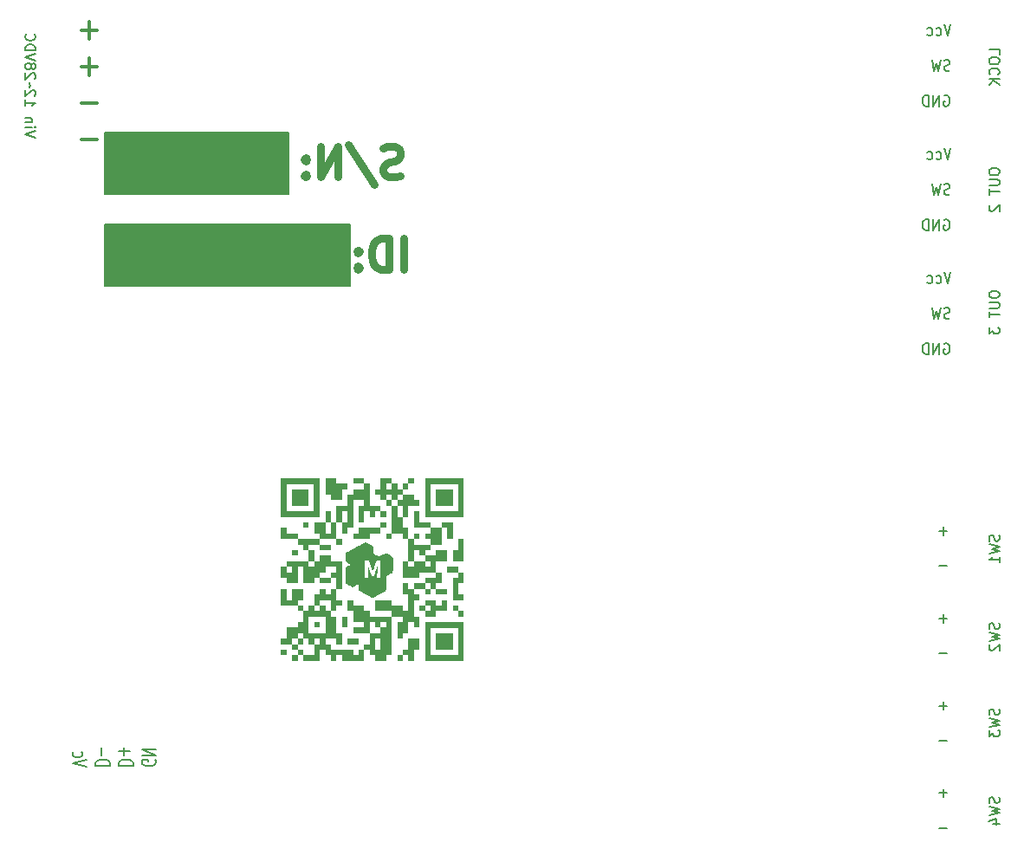
<source format=gbr>
G04 #@! TF.GenerationSoftware,KiCad,Pcbnew,6.0.5+dfsg-1~bpo11+1*
G04 #@! TF.ProjectId,maglock,6d61676c-6f63-46b2-9e6b-696361645f70,2.0*
G04 #@! TF.SameCoordinates,Original*
G04 #@! TF.FileFunction,Legend,Bot*
G04 #@! TF.FilePolarity,Positive*
%FSLAX46Y46*%
G04 Gerber Fmt 4.6, Leading zero omitted, Abs format (unit mm)*
%MOMM*%
%LPD*%
G01*
G04 APERTURE LIST*
%ADD10C,0.150000*%
%ADD11C,0.300000*%
%ADD12C,0.750000*%
%ADD13C,2.000000*%
%ADD14C,3.000000*%
%ADD15R,1.700000X1.700000*%
%ADD16O,1.700000X1.700000*%
%ADD17C,0.770000*%
%ADD18R,2.400000X2.400000*%
%ADD19C,2.400000*%
%ADD20C,1.440000*%
%ADD21C,0.800000*%
%ADD22C,7.000000*%
%ADD23C,0.650000*%
%ADD24O,1.000000X2.100000*%
%ADD25O,1.000000X1.600000*%
%ADD26R,1.600000X1.600000*%
%ADD27C,1.600000*%
%ADD28R,1.500000X1.500000*%
%ADD29C,1.500000*%
%ADD30C,5.500000*%
%ADD31C,1.700000*%
G04 APERTURE END LIST*
D10*
X114000000Y-81000000D02*
X138000000Y-81000000D01*
X138000000Y-81000000D02*
X138000000Y-87000000D01*
X138000000Y-87000000D02*
X114000000Y-87000000D01*
X114000000Y-87000000D02*
X114000000Y-81000000D01*
G36*
X114000000Y-81000000D02*
G01*
X138000000Y-81000000D01*
X138000000Y-87000000D01*
X114000000Y-87000000D01*
X114000000Y-81000000D01*
G37*
X114000000Y-72000000D02*
X132000000Y-72000000D01*
X132000000Y-72000000D02*
X132000000Y-78000000D01*
X132000000Y-78000000D02*
X114000000Y-78000000D01*
X114000000Y-78000000D02*
X114000000Y-72000000D01*
G36*
X114000000Y-72000000D02*
G01*
X132000000Y-72000000D01*
X132000000Y-78000000D01*
X114000000Y-78000000D01*
X114000000Y-72000000D01*
G37*
X201452380Y-64385714D02*
X201452380Y-63909523D01*
X200452380Y-63909523D01*
X200452380Y-64909523D02*
X200452380Y-65100000D01*
X200500000Y-65195238D01*
X200595238Y-65290476D01*
X200785714Y-65338095D01*
X201119047Y-65338095D01*
X201309523Y-65290476D01*
X201404761Y-65195238D01*
X201452380Y-65100000D01*
X201452380Y-64909523D01*
X201404761Y-64814285D01*
X201309523Y-64719047D01*
X201119047Y-64671428D01*
X200785714Y-64671428D01*
X200595238Y-64719047D01*
X200500000Y-64814285D01*
X200452380Y-64909523D01*
X201357142Y-66338095D02*
X201404761Y-66290476D01*
X201452380Y-66147619D01*
X201452380Y-66052380D01*
X201404761Y-65909523D01*
X201309523Y-65814285D01*
X201214285Y-65766666D01*
X201023809Y-65719047D01*
X200880952Y-65719047D01*
X200690476Y-65766666D01*
X200595238Y-65814285D01*
X200500000Y-65909523D01*
X200452380Y-66052380D01*
X200452380Y-66147619D01*
X200500000Y-66290476D01*
X200547619Y-66338095D01*
X201452380Y-66766666D02*
X200452380Y-66766666D01*
X201452380Y-67338095D02*
X200880952Y-66909523D01*
X200452380Y-67338095D02*
X201023809Y-66766666D01*
X201404761Y-119966666D02*
X201452380Y-120109523D01*
X201452380Y-120347619D01*
X201404761Y-120442857D01*
X201357142Y-120490476D01*
X201261904Y-120538095D01*
X201166666Y-120538095D01*
X201071428Y-120490476D01*
X201023809Y-120442857D01*
X200976190Y-120347619D01*
X200928571Y-120157142D01*
X200880952Y-120061904D01*
X200833333Y-120014285D01*
X200738095Y-119966666D01*
X200642857Y-119966666D01*
X200547619Y-120014285D01*
X200500000Y-120061904D01*
X200452380Y-120157142D01*
X200452380Y-120395238D01*
X200500000Y-120538095D01*
X200452380Y-120871428D02*
X201452380Y-121109523D01*
X200738095Y-121300000D01*
X201452380Y-121490476D01*
X200452380Y-121728571D01*
X200547619Y-122061904D02*
X200500000Y-122109523D01*
X200452380Y-122204761D01*
X200452380Y-122442857D01*
X200500000Y-122538095D01*
X200547619Y-122585714D01*
X200642857Y-122633333D01*
X200738095Y-122633333D01*
X200880952Y-122585714D01*
X201452380Y-122014285D01*
X201452380Y-122633333D01*
D11*
X113228809Y-62044142D02*
X111705000Y-62044142D01*
X112466904Y-62882238D02*
X112466904Y-61206047D01*
X113228809Y-65586142D02*
X111705000Y-65586142D01*
X112466904Y-66424238D02*
X112466904Y-64748047D01*
X113228809Y-69128142D02*
X111705000Y-69128142D01*
X113228809Y-72670142D02*
X111705000Y-72670142D01*
D10*
X196364404Y-110969614D02*
X195602500Y-110969614D01*
X195983452Y-111373423D02*
X195983452Y-110565804D01*
X196364404Y-114382814D02*
X195602500Y-114382814D01*
X196364404Y-119502614D02*
X195602500Y-119502614D01*
X195983452Y-119906423D02*
X195983452Y-119098804D01*
X196364404Y-122915814D02*
X195602500Y-122915814D01*
X196364404Y-128035614D02*
X195602500Y-128035614D01*
X195983452Y-128439423D02*
X195983452Y-127631804D01*
X196364404Y-131448814D02*
X195602500Y-131448814D01*
X196364404Y-136568614D02*
X195602500Y-136568614D01*
X195983452Y-136972423D02*
X195983452Y-136164804D01*
X196364404Y-139981814D02*
X195602500Y-139981814D01*
X201404761Y-136966666D02*
X201452380Y-137109523D01*
X201452380Y-137347619D01*
X201404761Y-137442857D01*
X201357142Y-137490476D01*
X201261904Y-137538095D01*
X201166666Y-137538095D01*
X201071428Y-137490476D01*
X201023809Y-137442857D01*
X200976190Y-137347619D01*
X200928571Y-137157142D01*
X200880952Y-137061904D01*
X200833333Y-137014285D01*
X200738095Y-136966666D01*
X200642857Y-136966666D01*
X200547619Y-137014285D01*
X200500000Y-137061904D01*
X200452380Y-137157142D01*
X200452380Y-137395238D01*
X200500000Y-137538095D01*
X200452380Y-137871428D02*
X201452380Y-138109523D01*
X200738095Y-138300000D01*
X201452380Y-138490476D01*
X200452380Y-138728571D01*
X200785714Y-139538095D02*
X201452380Y-139538095D01*
X200404761Y-139300000D02*
X201119047Y-139061904D01*
X201119047Y-139680952D01*
X201404761Y-111366666D02*
X201452380Y-111509523D01*
X201452380Y-111747619D01*
X201404761Y-111842857D01*
X201357142Y-111890476D01*
X201261904Y-111938095D01*
X201166666Y-111938095D01*
X201071428Y-111890476D01*
X201023809Y-111842857D01*
X200976190Y-111747619D01*
X200928571Y-111557142D01*
X200880952Y-111461904D01*
X200833333Y-111414285D01*
X200738095Y-111366666D01*
X200642857Y-111366666D01*
X200547619Y-111414285D01*
X200500000Y-111461904D01*
X200452380Y-111557142D01*
X200452380Y-111795238D01*
X200500000Y-111938095D01*
X200452380Y-112271428D02*
X201452380Y-112509523D01*
X200738095Y-112700000D01*
X201452380Y-112890476D01*
X200452380Y-113128571D01*
X201452380Y-114033333D02*
X201452380Y-113461904D01*
X201452380Y-113747619D02*
X200452380Y-113747619D01*
X200595238Y-113652380D01*
X200690476Y-113557142D01*
X200738095Y-113461904D01*
D12*
X143214285Y-85357142D02*
X143214285Y-82357142D01*
X141785714Y-85357142D02*
X141785714Y-82357142D01*
X141071428Y-82357142D01*
X140642857Y-82500000D01*
X140357142Y-82785714D01*
X140214285Y-83071428D01*
X140071428Y-83642857D01*
X140071428Y-84071428D01*
X140214285Y-84642857D01*
X140357142Y-84928571D01*
X140642857Y-85214285D01*
X141071428Y-85357142D01*
X141785714Y-85357142D01*
X138785714Y-85071428D02*
X138642857Y-85214285D01*
X138785714Y-85357142D01*
X138928571Y-85214285D01*
X138785714Y-85071428D01*
X138785714Y-85357142D01*
X138785714Y-83500000D02*
X138642857Y-83642857D01*
X138785714Y-83785714D01*
X138928571Y-83642857D01*
X138785714Y-83500000D01*
X138785714Y-83785714D01*
D10*
X118981000Y-133340595D02*
X119047666Y-133435833D01*
X119047666Y-133578690D01*
X118981000Y-133721547D01*
X118847666Y-133816785D01*
X118714333Y-133864404D01*
X118447666Y-133912023D01*
X118247666Y-133912023D01*
X117981000Y-133864404D01*
X117847666Y-133816785D01*
X117714333Y-133721547D01*
X117647666Y-133578690D01*
X117647666Y-133483452D01*
X117714333Y-133340595D01*
X117781000Y-133292976D01*
X118247666Y-133292976D01*
X118247666Y-133483452D01*
X117647666Y-132864404D02*
X119047666Y-132864404D01*
X117647666Y-132292976D01*
X119047666Y-132292976D01*
X115393666Y-133864404D02*
X116793666Y-133864404D01*
X116793666Y-133626309D01*
X116727000Y-133483452D01*
X116593666Y-133388214D01*
X116460333Y-133340595D01*
X116193666Y-133292976D01*
X115993666Y-133292976D01*
X115727000Y-133340595D01*
X115593666Y-133388214D01*
X115460333Y-133483452D01*
X115393666Y-133626309D01*
X115393666Y-133864404D01*
X115927000Y-132864404D02*
X115927000Y-132102500D01*
X115393666Y-132483452D02*
X116460333Y-132483452D01*
X113139666Y-133864404D02*
X114539666Y-133864404D01*
X114539666Y-133626309D01*
X114473000Y-133483452D01*
X114339666Y-133388214D01*
X114206333Y-133340595D01*
X113939666Y-133292976D01*
X113739666Y-133292976D01*
X113473000Y-133340595D01*
X113339666Y-133388214D01*
X113206333Y-133483452D01*
X113139666Y-133626309D01*
X113139666Y-133864404D01*
X113673000Y-132864404D02*
X113673000Y-132102500D01*
X112285666Y-134007261D02*
X110885666Y-133673928D01*
X112285666Y-133340595D01*
X110952333Y-132578690D02*
X110885666Y-132673928D01*
X110885666Y-132864404D01*
X110952333Y-132959642D01*
X111019000Y-133007261D01*
X111152333Y-133054880D01*
X111552333Y-133054880D01*
X111685666Y-133007261D01*
X111752333Y-132959642D01*
X111819000Y-132864404D01*
X111819000Y-132673928D01*
X111752333Y-132578690D01*
X196707261Y-61434559D02*
X196373928Y-62509559D01*
X196040595Y-61434559D01*
X195278690Y-62458369D02*
X195373928Y-62509559D01*
X195564404Y-62509559D01*
X195659642Y-62458369D01*
X195707261Y-62407178D01*
X195754880Y-62304797D01*
X195754880Y-61997654D01*
X195707261Y-61895273D01*
X195659642Y-61844083D01*
X195564404Y-61792892D01*
X195373928Y-61792892D01*
X195278690Y-61844083D01*
X194421547Y-62458369D02*
X194516785Y-62509559D01*
X194707261Y-62509559D01*
X194802500Y-62458369D01*
X194850119Y-62407178D01*
X194897738Y-62304797D01*
X194897738Y-61997654D01*
X194850119Y-61895273D01*
X194802500Y-61844083D01*
X194707261Y-61792892D01*
X194516785Y-61792892D01*
X194421547Y-61844083D01*
X196612023Y-65919869D02*
X196469166Y-65971059D01*
X196231071Y-65971059D01*
X196135833Y-65919869D01*
X196088214Y-65868678D01*
X196040595Y-65766297D01*
X196040595Y-65663916D01*
X196088214Y-65561535D01*
X196135833Y-65510345D01*
X196231071Y-65459154D01*
X196421547Y-65407964D01*
X196516785Y-65356773D01*
X196564404Y-65305583D01*
X196612023Y-65203202D01*
X196612023Y-65100821D01*
X196564404Y-64998440D01*
X196516785Y-64947250D01*
X196421547Y-64896059D01*
X196183452Y-64896059D01*
X196040595Y-64947250D01*
X195707261Y-64896059D02*
X195469166Y-65971059D01*
X195278690Y-65203202D01*
X195088214Y-65971059D01*
X194850119Y-64896059D01*
X196040595Y-68408750D02*
X196135833Y-68357559D01*
X196278690Y-68357559D01*
X196421547Y-68408750D01*
X196516785Y-68511130D01*
X196564404Y-68613511D01*
X196612023Y-68818273D01*
X196612023Y-68971845D01*
X196564404Y-69176607D01*
X196516785Y-69278988D01*
X196421547Y-69381369D01*
X196278690Y-69432559D01*
X196183452Y-69432559D01*
X196040595Y-69381369D01*
X195992976Y-69330178D01*
X195992976Y-68971845D01*
X196183452Y-68971845D01*
X195564404Y-69432559D02*
X195564404Y-68357559D01*
X194992976Y-69432559D01*
X194992976Y-68357559D01*
X194516785Y-69432559D02*
X194516785Y-68357559D01*
X194278690Y-68357559D01*
X194135833Y-68408750D01*
X194040595Y-68511130D01*
X193992976Y-68613511D01*
X193945357Y-68818273D01*
X193945357Y-68971845D01*
X193992976Y-69176607D01*
X194040595Y-69278988D01*
X194135833Y-69381369D01*
X194278690Y-69432559D01*
X194516785Y-69432559D01*
X196707261Y-73549809D02*
X196373928Y-74624809D01*
X196040595Y-73549809D01*
X195278690Y-74573619D02*
X195373928Y-74624809D01*
X195564404Y-74624809D01*
X195659642Y-74573619D01*
X195707261Y-74522428D01*
X195754880Y-74420047D01*
X195754880Y-74112904D01*
X195707261Y-74010523D01*
X195659642Y-73959333D01*
X195564404Y-73908142D01*
X195373928Y-73908142D01*
X195278690Y-73959333D01*
X194421547Y-74573619D02*
X194516785Y-74624809D01*
X194707261Y-74624809D01*
X194802500Y-74573619D01*
X194850119Y-74522428D01*
X194897738Y-74420047D01*
X194897738Y-74112904D01*
X194850119Y-74010523D01*
X194802500Y-73959333D01*
X194707261Y-73908142D01*
X194516785Y-73908142D01*
X194421547Y-73959333D01*
X196612023Y-78035119D02*
X196469166Y-78086309D01*
X196231071Y-78086309D01*
X196135833Y-78035119D01*
X196088214Y-77983928D01*
X196040595Y-77881547D01*
X196040595Y-77779166D01*
X196088214Y-77676785D01*
X196135833Y-77625595D01*
X196231071Y-77574404D01*
X196421547Y-77523214D01*
X196516785Y-77472023D01*
X196564404Y-77420833D01*
X196612023Y-77318452D01*
X196612023Y-77216071D01*
X196564404Y-77113690D01*
X196516785Y-77062500D01*
X196421547Y-77011309D01*
X196183452Y-77011309D01*
X196040595Y-77062500D01*
X195707261Y-77011309D02*
X195469166Y-78086309D01*
X195278690Y-77318452D01*
X195088214Y-78086309D01*
X194850119Y-77011309D01*
X196040595Y-80524000D02*
X196135833Y-80472809D01*
X196278690Y-80472809D01*
X196421547Y-80524000D01*
X196516785Y-80626380D01*
X196564404Y-80728761D01*
X196612023Y-80933523D01*
X196612023Y-81087095D01*
X196564404Y-81291857D01*
X196516785Y-81394238D01*
X196421547Y-81496619D01*
X196278690Y-81547809D01*
X196183452Y-81547809D01*
X196040595Y-81496619D01*
X195992976Y-81445428D01*
X195992976Y-81087095D01*
X196183452Y-81087095D01*
X195564404Y-81547809D02*
X195564404Y-80472809D01*
X194992976Y-81547809D01*
X194992976Y-80472809D01*
X194516785Y-81547809D02*
X194516785Y-80472809D01*
X194278690Y-80472809D01*
X194135833Y-80524000D01*
X194040595Y-80626380D01*
X193992976Y-80728761D01*
X193945357Y-80933523D01*
X193945357Y-81087095D01*
X193992976Y-81291857D01*
X194040595Y-81394238D01*
X194135833Y-81496619D01*
X194278690Y-81547809D01*
X194516785Y-81547809D01*
X196707261Y-85665059D02*
X196373928Y-86740059D01*
X196040595Y-85665059D01*
X195278690Y-86688869D02*
X195373928Y-86740059D01*
X195564404Y-86740059D01*
X195659642Y-86688869D01*
X195707261Y-86637678D01*
X195754880Y-86535297D01*
X195754880Y-86228154D01*
X195707261Y-86125773D01*
X195659642Y-86074583D01*
X195564404Y-86023392D01*
X195373928Y-86023392D01*
X195278690Y-86074583D01*
X194421547Y-86688869D02*
X194516785Y-86740059D01*
X194707261Y-86740059D01*
X194802500Y-86688869D01*
X194850119Y-86637678D01*
X194897738Y-86535297D01*
X194897738Y-86228154D01*
X194850119Y-86125773D01*
X194802500Y-86074583D01*
X194707261Y-86023392D01*
X194516785Y-86023392D01*
X194421547Y-86074583D01*
X196612023Y-90150369D02*
X196469166Y-90201559D01*
X196231071Y-90201559D01*
X196135833Y-90150369D01*
X196088214Y-90099178D01*
X196040595Y-89996797D01*
X196040595Y-89894416D01*
X196088214Y-89792035D01*
X196135833Y-89740845D01*
X196231071Y-89689654D01*
X196421547Y-89638464D01*
X196516785Y-89587273D01*
X196564404Y-89536083D01*
X196612023Y-89433702D01*
X196612023Y-89331321D01*
X196564404Y-89228940D01*
X196516785Y-89177750D01*
X196421547Y-89126559D01*
X196183452Y-89126559D01*
X196040595Y-89177750D01*
X195707261Y-89126559D02*
X195469166Y-90201559D01*
X195278690Y-89433702D01*
X195088214Y-90201559D01*
X194850119Y-89126559D01*
X196040595Y-92639250D02*
X196135833Y-92588059D01*
X196278690Y-92588059D01*
X196421547Y-92639250D01*
X196516785Y-92741630D01*
X196564404Y-92844011D01*
X196612023Y-93048773D01*
X196612023Y-93202345D01*
X196564404Y-93407107D01*
X196516785Y-93509488D01*
X196421547Y-93611869D01*
X196278690Y-93663059D01*
X196183452Y-93663059D01*
X196040595Y-93611869D01*
X195992976Y-93560678D01*
X195992976Y-93202345D01*
X196183452Y-93202345D01*
X195564404Y-93663059D02*
X195564404Y-92588059D01*
X194992976Y-93663059D01*
X194992976Y-92588059D01*
X194516785Y-93663059D02*
X194516785Y-92588059D01*
X194278690Y-92588059D01*
X194135833Y-92639250D01*
X194040595Y-92741630D01*
X193992976Y-92844011D01*
X193945357Y-93048773D01*
X193945357Y-93202345D01*
X193992976Y-93407107D01*
X194040595Y-93509488D01*
X194135833Y-93611869D01*
X194278690Y-93663059D01*
X194516785Y-93663059D01*
X201404761Y-128366666D02*
X201452380Y-128509523D01*
X201452380Y-128747619D01*
X201404761Y-128842857D01*
X201357142Y-128890476D01*
X201261904Y-128938095D01*
X201166666Y-128938095D01*
X201071428Y-128890476D01*
X201023809Y-128842857D01*
X200976190Y-128747619D01*
X200928571Y-128557142D01*
X200880952Y-128461904D01*
X200833333Y-128414285D01*
X200738095Y-128366666D01*
X200642857Y-128366666D01*
X200547619Y-128414285D01*
X200500000Y-128461904D01*
X200452380Y-128557142D01*
X200452380Y-128795238D01*
X200500000Y-128938095D01*
X200452380Y-129271428D02*
X201452380Y-129509523D01*
X200738095Y-129700000D01*
X201452380Y-129890476D01*
X200452380Y-130128571D01*
X200452380Y-130414285D02*
X200452380Y-131033333D01*
X200833333Y-130700000D01*
X200833333Y-130842857D01*
X200880952Y-130938095D01*
X200928571Y-130985714D01*
X201023809Y-131033333D01*
X201261904Y-131033333D01*
X201357142Y-130985714D01*
X201404761Y-130938095D01*
X201452380Y-130842857D01*
X201452380Y-130557142D01*
X201404761Y-130461904D01*
X201357142Y-130414285D01*
X200452380Y-75742857D02*
X200452380Y-75933333D01*
X200500000Y-76028571D01*
X200595238Y-76123809D01*
X200785714Y-76171428D01*
X201119047Y-76171428D01*
X201309523Y-76123809D01*
X201404761Y-76028571D01*
X201452380Y-75933333D01*
X201452380Y-75742857D01*
X201404761Y-75647619D01*
X201309523Y-75552380D01*
X201119047Y-75504761D01*
X200785714Y-75504761D01*
X200595238Y-75552380D01*
X200500000Y-75647619D01*
X200452380Y-75742857D01*
X200452380Y-76600000D02*
X201261904Y-76600000D01*
X201357142Y-76647619D01*
X201404761Y-76695238D01*
X201452380Y-76790476D01*
X201452380Y-76980952D01*
X201404761Y-77076190D01*
X201357142Y-77123809D01*
X201261904Y-77171428D01*
X200452380Y-77171428D01*
X200452380Y-77504761D02*
X200452380Y-78076190D01*
X201452380Y-77790476D02*
X200452380Y-77790476D01*
X200547619Y-79123809D02*
X200500000Y-79171428D01*
X200452380Y-79266666D01*
X200452380Y-79504761D01*
X200500000Y-79600000D01*
X200547619Y-79647619D01*
X200642857Y-79695238D01*
X200738095Y-79695238D01*
X200880952Y-79647619D01*
X201452380Y-79076190D01*
X201452380Y-79695238D01*
D12*
X142941071Y-76214285D02*
X142512500Y-76357142D01*
X141798214Y-76357142D01*
X141512500Y-76214285D01*
X141369642Y-76071428D01*
X141226785Y-75785714D01*
X141226785Y-75500000D01*
X141369642Y-75214285D01*
X141512500Y-75071428D01*
X141798214Y-74928571D01*
X142369642Y-74785714D01*
X142655357Y-74642857D01*
X142798214Y-74500000D01*
X142941071Y-74214285D01*
X142941071Y-73928571D01*
X142798214Y-73642857D01*
X142655357Y-73500000D01*
X142369642Y-73357142D01*
X141655357Y-73357142D01*
X141226785Y-73500000D01*
X137798214Y-73214285D02*
X140369642Y-77071428D01*
X136798214Y-76357142D02*
X136798214Y-73357142D01*
X135083928Y-76357142D01*
X135083928Y-73357142D01*
X133655357Y-76071428D02*
X133512500Y-76214285D01*
X133655357Y-76357142D01*
X133798214Y-76214285D01*
X133655357Y-76071428D01*
X133655357Y-76357142D01*
X133655357Y-74500000D02*
X133512500Y-74642857D01*
X133655357Y-74785714D01*
X133798214Y-74642857D01*
X133655357Y-74500000D01*
X133655357Y-74785714D01*
D10*
X107247619Y-72495238D02*
X106247619Y-72161904D01*
X107247619Y-71828571D01*
X106247619Y-71495238D02*
X106914285Y-71495238D01*
X107247619Y-71495238D02*
X107200000Y-71542857D01*
X107152380Y-71495238D01*
X107200000Y-71447619D01*
X107247619Y-71495238D01*
X107152380Y-71495238D01*
X106914285Y-71019047D02*
X106247619Y-71019047D01*
X106819047Y-71019047D02*
X106866666Y-70971428D01*
X106914285Y-70876190D01*
X106914285Y-70733333D01*
X106866666Y-70638095D01*
X106771428Y-70590476D01*
X106247619Y-70590476D01*
X106247619Y-68828571D02*
X106247619Y-69400000D01*
X106247619Y-69114285D02*
X107247619Y-69114285D01*
X107104761Y-69209523D01*
X107009523Y-69304761D01*
X106961904Y-69400000D01*
X107152380Y-68447619D02*
X107200000Y-68400000D01*
X107247619Y-68304761D01*
X107247619Y-68066666D01*
X107200000Y-67971428D01*
X107152380Y-67923809D01*
X107057142Y-67876190D01*
X106961904Y-67876190D01*
X106819047Y-67923809D01*
X106247619Y-68495238D01*
X106247619Y-67876190D01*
X106628571Y-67590476D02*
X106676190Y-67542857D01*
X106723809Y-67447619D01*
X106628571Y-67257142D01*
X106676190Y-67161904D01*
X106723809Y-67114285D01*
X107152380Y-66780952D02*
X107200000Y-66733333D01*
X107247619Y-66638095D01*
X107247619Y-66400000D01*
X107200000Y-66304761D01*
X107152380Y-66257142D01*
X107057142Y-66209523D01*
X106961904Y-66209523D01*
X106819047Y-66257142D01*
X106247619Y-66828571D01*
X106247619Y-66209523D01*
X106819047Y-65638095D02*
X106866666Y-65733333D01*
X106914285Y-65780952D01*
X107009523Y-65828571D01*
X107057142Y-65828571D01*
X107152380Y-65780952D01*
X107200000Y-65733333D01*
X107247619Y-65638095D01*
X107247619Y-65447619D01*
X107200000Y-65352380D01*
X107152380Y-65304761D01*
X107057142Y-65257142D01*
X107009523Y-65257142D01*
X106914285Y-65304761D01*
X106866666Y-65352380D01*
X106819047Y-65447619D01*
X106819047Y-65638095D01*
X106771428Y-65733333D01*
X106723809Y-65780952D01*
X106628571Y-65828571D01*
X106438095Y-65828571D01*
X106342857Y-65780952D01*
X106295238Y-65733333D01*
X106247619Y-65638095D01*
X106247619Y-65447619D01*
X106295238Y-65352380D01*
X106342857Y-65304761D01*
X106438095Y-65257142D01*
X106628571Y-65257142D01*
X106723809Y-65304761D01*
X106771428Y-65352380D01*
X106819047Y-65447619D01*
X107247619Y-64971428D02*
X106247619Y-64638095D01*
X107247619Y-64304761D01*
X106247619Y-63971428D02*
X107247619Y-63971428D01*
X107247619Y-63733333D01*
X107200000Y-63590476D01*
X107104761Y-63495238D01*
X107009523Y-63447619D01*
X106819047Y-63400000D01*
X106676190Y-63400000D01*
X106485714Y-63447619D01*
X106390476Y-63495238D01*
X106295238Y-63590476D01*
X106247619Y-63733333D01*
X106247619Y-63971428D01*
X106342857Y-62400000D02*
X106295238Y-62447619D01*
X106247619Y-62590476D01*
X106247619Y-62685714D01*
X106295238Y-62828571D01*
X106390476Y-62923809D01*
X106485714Y-62971428D01*
X106676190Y-63019047D01*
X106819047Y-63019047D01*
X107009523Y-62971428D01*
X107104761Y-62923809D01*
X107200000Y-62828571D01*
X107247619Y-62685714D01*
X107247619Y-62590476D01*
X107200000Y-62447619D01*
X107152380Y-62400000D01*
X200452380Y-87742857D02*
X200452380Y-87933333D01*
X200500000Y-88028571D01*
X200595238Y-88123809D01*
X200785714Y-88171428D01*
X201119047Y-88171428D01*
X201309523Y-88123809D01*
X201404761Y-88028571D01*
X201452380Y-87933333D01*
X201452380Y-87742857D01*
X201404761Y-87647619D01*
X201309523Y-87552380D01*
X201119047Y-87504761D01*
X200785714Y-87504761D01*
X200595238Y-87552380D01*
X200500000Y-87647619D01*
X200452380Y-87742857D01*
X200452380Y-88600000D02*
X201261904Y-88600000D01*
X201357142Y-88647619D01*
X201404761Y-88695238D01*
X201452380Y-88790476D01*
X201452380Y-88980952D01*
X201404761Y-89076190D01*
X201357142Y-89123809D01*
X201261904Y-89171428D01*
X200452380Y-89171428D01*
X200452380Y-89504761D02*
X200452380Y-90076190D01*
X201452380Y-89790476D02*
X200452380Y-89790476D01*
X200452380Y-91076190D02*
X200452380Y-91695238D01*
X200833333Y-91361904D01*
X200833333Y-91504761D01*
X200880952Y-91600000D01*
X200928571Y-91647619D01*
X201023809Y-91695238D01*
X201261904Y-91695238D01*
X201357142Y-91647619D01*
X201404761Y-91600000D01*
X201452380Y-91504761D01*
X201452380Y-91219047D01*
X201404761Y-91123809D01*
X201357142Y-91076190D01*
G36*
X145324562Y-123644110D02*
G01*
X145324562Y-123071178D01*
X145897494Y-123071178D01*
X148539349Y-123071178D01*
X148539349Y-120429323D01*
X145897494Y-120429323D01*
X145897494Y-123071178D01*
X145324562Y-123071178D01*
X145324562Y-119856391D01*
X149112281Y-119856391D01*
X149112281Y-123644110D01*
X145324562Y-123644110D01*
G37*
G36*
X136666918Y-116609774D02*
G01*
X136666918Y-115527569D01*
X136125815Y-115527569D01*
X136125815Y-116068671D01*
X135043609Y-116068671D01*
X135043609Y-115527569D01*
X136125815Y-115527569D01*
X136125815Y-114986466D01*
X136666918Y-114986466D01*
X136666918Y-114445363D01*
X135584712Y-114445363D01*
X135584712Y-114986466D01*
X135043609Y-114986466D01*
X135043609Y-115527569D01*
X134502507Y-115527569D01*
X134502507Y-116068671D01*
X133420301Y-116068671D01*
X133420301Y-114445363D01*
X133961404Y-114445363D01*
X134502507Y-114445363D01*
X134502507Y-113904260D01*
X133961404Y-113904260D01*
X133961404Y-114445363D01*
X133420301Y-114445363D01*
X132879198Y-114445363D01*
X132879198Y-116068671D01*
X131796993Y-116068671D01*
X131796993Y-115527569D01*
X131255890Y-115527569D01*
X131255890Y-114986466D01*
X131796993Y-114986466D01*
X132338096Y-114986466D01*
X132338096Y-114445363D01*
X131796993Y-114445363D01*
X131796993Y-114986466D01*
X131255890Y-114986466D01*
X131255890Y-114445363D01*
X131796993Y-114445363D01*
X131796993Y-113904260D01*
X133961404Y-113904260D01*
X133961404Y-112822055D01*
X134502507Y-112822055D01*
X134502507Y-113904260D01*
X135043609Y-113904260D01*
X135043609Y-113363158D01*
X136125815Y-113363158D01*
X136125815Y-113904260D01*
X137208020Y-113904260D01*
X137208020Y-116609774D01*
X136666918Y-116609774D01*
G37*
G36*
X137749123Y-120397493D02*
G01*
X137208020Y-120397493D01*
X137208020Y-119315288D01*
X137749123Y-119315288D01*
X137749123Y-120397493D01*
G37*
G36*
X131796993Y-117691980D02*
G01*
X132338096Y-117691980D01*
X132338096Y-116609774D01*
X133420301Y-116609774D01*
X133420301Y-117691980D01*
X132879198Y-117691980D01*
X132879198Y-118233082D01*
X131255890Y-118233082D01*
X131255890Y-116609774D01*
X131796993Y-116609774D01*
X131796993Y-117691980D01*
G37*
G36*
X148030075Y-111739849D02*
G01*
X147488973Y-111739849D01*
X147488973Y-110657644D01*
X146947870Y-110657644D01*
X146947870Y-110116541D01*
X148030075Y-110116541D01*
X148030075Y-111739849D01*
G37*
G36*
X138831329Y-122020802D02*
G01*
X137749123Y-122020802D01*
X137749123Y-121479699D01*
X138831329Y-121479699D01*
X138831329Y-122020802D01*
G37*
G36*
X136666918Y-106328822D02*
G01*
X137749123Y-106328822D01*
X137749123Y-106869925D01*
X137208020Y-106869925D01*
X137208020Y-107952130D01*
X136125815Y-107952130D01*
X136125815Y-107411027D01*
X135584712Y-107411027D01*
X135584712Y-105787719D01*
X136666918Y-105787719D01*
X136666918Y-106328822D01*
G37*
G36*
X143701253Y-116609774D02*
G01*
X144242356Y-116609774D01*
X144242356Y-117150877D01*
X144783459Y-117150877D01*
X144783459Y-117691980D01*
X144242356Y-117691980D01*
X144242356Y-119315288D01*
X144783459Y-119315288D01*
X144783459Y-120397493D01*
X144242356Y-120397493D01*
X144242356Y-119856391D01*
X143701253Y-119856391D01*
X143701253Y-120938596D01*
X143160151Y-120938596D01*
X143160151Y-121479699D01*
X142619048Y-121479699D01*
X142619048Y-119856391D01*
X143160151Y-119856391D01*
X143160151Y-119315288D01*
X142077945Y-119315288D01*
X142077945Y-118774185D01*
X140454637Y-118774185D01*
X140454637Y-117691980D01*
X142077945Y-117691980D01*
X142077945Y-118233082D01*
X143160151Y-118233082D01*
X143160151Y-118774185D01*
X143701253Y-118774185D01*
X143701253Y-117150877D01*
X143160151Y-117150877D01*
X143160151Y-116068671D01*
X143701253Y-116068671D01*
X143701253Y-116609774D01*
G37*
G36*
X143160151Y-123644110D02*
G01*
X142619048Y-123644110D01*
X142619048Y-123103007D01*
X143160151Y-123103007D01*
X143160151Y-123644110D01*
G37*
G36*
X145324562Y-116609774D02*
G01*
X144242356Y-116609774D01*
X144242356Y-116068671D01*
X145324562Y-116068671D01*
X145324562Y-116609774D01*
G37*
G36*
X131255890Y-109575438D02*
G01*
X131255890Y-109002506D01*
X131828822Y-109002506D01*
X134470677Y-109002506D01*
X134470677Y-106360651D01*
X131828822Y-106360651D01*
X131828822Y-109002506D01*
X131255890Y-109002506D01*
X131255890Y-105787719D01*
X135043609Y-105787719D01*
X135043609Y-109575438D01*
X131255890Y-109575438D01*
G37*
G36*
X146947870Y-116068671D02*
G01*
X146406767Y-116068671D01*
X146406767Y-116609774D01*
X145865664Y-116609774D01*
X145865664Y-116068671D01*
X145324562Y-116068671D01*
X145324562Y-115527569D01*
X146406767Y-115527569D01*
X146406767Y-114986466D01*
X146947870Y-114986466D01*
X146947870Y-116068671D01*
G37*
G36*
X133420301Y-122020802D02*
G01*
X132879198Y-122020802D01*
X132879198Y-121479699D01*
X133420301Y-121479699D01*
X133420301Y-122020802D01*
G37*
G36*
X136125815Y-112822055D02*
G01*
X135043609Y-112822055D01*
X135043609Y-112280952D01*
X136125815Y-112280952D01*
X136125815Y-112822055D01*
G37*
G36*
X145324562Y-109575438D02*
G01*
X145324562Y-109002506D01*
X145897494Y-109002506D01*
X148539349Y-109002506D01*
X148539349Y-106360651D01*
X145897494Y-106360651D01*
X145897494Y-109002506D01*
X145324562Y-109002506D01*
X145324562Y-105787719D01*
X149112281Y-105787719D01*
X149112281Y-109575438D01*
X145324562Y-109575438D01*
G37*
G36*
X133420301Y-118774185D02*
G01*
X132879198Y-118774185D01*
X132879198Y-118233082D01*
X133420301Y-118233082D01*
X133420301Y-118774185D01*
G37*
G36*
X141536842Y-123103007D02*
G01*
X141536842Y-123644110D01*
X140454637Y-123644110D01*
X140454637Y-123103007D01*
X139913534Y-123103007D01*
X139913534Y-122561904D01*
X140454637Y-122561904D01*
X140995740Y-122561904D01*
X140995740Y-121479699D01*
X140454637Y-121479699D01*
X140454637Y-122561904D01*
X139913534Y-122561904D01*
X139372431Y-122561904D01*
X139372431Y-122020802D01*
X139913534Y-122020802D01*
X139913534Y-120938596D01*
X140995740Y-120938596D01*
X140995740Y-120397493D01*
X141536842Y-120397493D01*
X141536842Y-119856391D01*
X140995740Y-119856391D01*
X140995740Y-120397493D01*
X140454637Y-120397493D01*
X140454637Y-119856391D01*
X139913534Y-119856391D01*
X139913534Y-120938596D01*
X138290226Y-120938596D01*
X138290226Y-120397493D01*
X139372431Y-120397493D01*
X139372431Y-119856391D01*
X138290226Y-119856391D01*
X138290226Y-118774185D01*
X137749123Y-118774185D01*
X137749123Y-117691980D01*
X138290226Y-117691980D01*
X138290226Y-118233082D01*
X139372431Y-118233082D01*
X139372431Y-118774185D01*
X139913534Y-118774185D01*
X139913534Y-119315288D01*
X142077945Y-119315288D01*
X142077945Y-123103007D01*
X141536842Y-123103007D01*
G37*
G36*
X133961404Y-110657644D02*
G01*
X133420301Y-110657644D01*
X133420301Y-110116541D01*
X133961404Y-110116541D01*
X133961404Y-110657644D01*
G37*
G36*
X141538560Y-115844787D02*
G01*
X141537330Y-116044799D01*
X141537251Y-116154525D01*
X141536227Y-116361812D01*
X141531932Y-116518202D01*
X141521787Y-116632553D01*
X141503211Y-116713725D01*
X141473624Y-116770575D01*
X141430448Y-116811962D01*
X141371101Y-116846745D01*
X141293005Y-116883783D01*
X141263630Y-116897746D01*
X141191401Y-116934928D01*
X141154888Y-116958241D01*
X141145385Y-116965794D01*
X141091887Y-116998597D01*
X141011654Y-117042530D01*
X140990663Y-117053608D01*
X140871249Y-117118418D01*
X140757018Y-117182630D01*
X140681198Y-117225882D01*
X140560534Y-117293849D01*
X140438722Y-117361732D01*
X140337048Y-117413885D01*
X140245735Y-117453029D01*
X140188997Y-117468311D01*
X140142588Y-117459046D01*
X140058307Y-117426498D01*
X139972331Y-117383015D01*
X139913534Y-117341854D01*
X139904061Y-117334807D01*
X139850564Y-117303085D01*
X139770301Y-117259857D01*
X139696856Y-117221675D01*
X139491987Y-117114266D01*
X139343458Y-117034750D01*
X139250735Y-116982838D01*
X139213283Y-116958241D01*
X139206037Y-116952462D01*
X139154562Y-116922956D01*
X139075166Y-116883783D01*
X138967777Y-116828407D01*
X138895296Y-116770150D01*
X138854077Y-116695580D01*
X138835595Y-116588999D01*
X138831329Y-116434711D01*
X138831209Y-116389595D01*
X138826750Y-116262340D01*
X138810444Y-116189918D01*
X138774992Y-116165437D01*
X138713092Y-116182002D01*
X138617447Y-116232720D01*
X138604119Y-116240295D01*
X138488182Y-116305239D01*
X138375296Y-116367257D01*
X138253474Y-116433234D01*
X137993341Y-116292808D01*
X137939054Y-116263604D01*
X137819282Y-116199869D01*
X137720989Y-116148482D01*
X137661392Y-116118484D01*
X137589576Y-116084586D01*
X137595325Y-115527569D01*
X139436091Y-115527569D01*
X139764412Y-115527569D01*
X139744265Y-114970551D01*
X139742097Y-114907423D01*
X139737069Y-114693229D01*
X139737755Y-114538679D01*
X139744130Y-114445029D01*
X139756166Y-114413534D01*
X139775989Y-114422149D01*
X139806016Y-114469235D01*
X139819507Y-114508351D01*
X139850672Y-114588596D01*
X139871995Y-114645059D01*
X139906328Y-114743579D01*
X139944778Y-114859148D01*
X139981264Y-114966581D01*
X140017229Y-115063508D01*
X140042356Y-115121310D01*
X140058161Y-115156178D01*
X140072682Y-115217674D01*
X140083810Y-115259884D01*
X140120323Y-115326784D01*
X140124475Y-115332502D01*
X140190105Y-115381609D01*
X140261356Y-115374171D01*
X140328103Y-115314811D01*
X140380217Y-115208150D01*
X140392840Y-115169553D01*
X140426551Y-115071518D01*
X140452571Y-115002381D01*
X140460588Y-114981596D01*
X140488595Y-114897104D01*
X140518296Y-114795488D01*
X140529030Y-114757107D01*
X140558823Y-114658191D01*
X140582697Y-114588596D01*
X140598544Y-114547155D01*
X140627857Y-114463913D01*
X140648527Y-114426662D01*
X140681621Y-114436808D01*
X140692113Y-114456092D01*
X140702417Y-114535377D01*
X140696746Y-114656980D01*
X140691280Y-114716051D01*
X140680177Y-114855287D01*
X140668581Y-115019839D01*
X140658262Y-115185401D01*
X140638572Y-115527569D01*
X140995740Y-115527569D01*
X140995740Y-113840601D01*
X140590485Y-113840601D01*
X140520676Y-114039536D01*
X140486880Y-114134048D01*
X140434619Y-114275494D01*
X140389093Y-114393906D01*
X140366838Y-114452510D01*
X140338429Y-114537970D01*
X140327319Y-114587951D01*
X140325764Y-114602060D01*
X140305225Y-114665014D01*
X140270269Y-114739362D01*
X140232980Y-114801374D01*
X140205439Y-114827318D01*
X140192853Y-114820037D01*
X140159407Y-114762958D01*
X140118596Y-114656397D01*
X140073997Y-114509022D01*
X140062707Y-114469648D01*
X140031759Y-114374423D01*
X140005921Y-114310519D01*
X139991477Y-114276095D01*
X139977193Y-114206641D01*
X139973051Y-114174279D01*
X139947448Y-114102763D01*
X139946581Y-114101140D01*
X139913520Y-114031838D01*
X139876019Y-113944047D01*
X139869667Y-113928448D01*
X139843953Y-113878493D01*
X139808227Y-113852321D01*
X139744607Y-113842251D01*
X139635213Y-113840601D01*
X139436091Y-113840601D01*
X139436091Y-115527569D01*
X137595325Y-115527569D01*
X137597733Y-115294322D01*
X137605890Y-114504057D01*
X137827692Y-114382238D01*
X137854674Y-114367232D01*
X137955594Y-114307494D01*
X138028729Y-114258471D01*
X138059775Y-114229573D01*
X138057760Y-114222120D01*
X138017901Y-114186737D01*
X137937795Y-114135532D01*
X137830016Y-114076863D01*
X137589975Y-113954997D01*
X137589975Y-113086700D01*
X137741166Y-113010508D01*
X137799507Y-112980487D01*
X137872936Y-112940463D01*
X137908271Y-112917973D01*
X137935310Y-112900097D01*
X138004921Y-112860409D01*
X138099248Y-112809654D01*
X138199467Y-112756857D01*
X138434060Y-112632081D01*
X138638521Y-112521604D01*
X138799499Y-112432616D01*
X138801254Y-112431629D01*
X138903977Y-112374942D01*
X139034687Y-112304234D01*
X139165539Y-112234571D01*
X139189409Y-112221912D01*
X139295650Y-112163642D01*
X139377400Y-112115772D01*
X139418584Y-112087635D01*
X139487096Y-112060053D01*
X139590445Y-112073095D01*
X139713631Y-112126725D01*
X139771894Y-112159439D01*
X139888278Y-112223377D01*
X140006274Y-112286912D01*
X140084310Y-112331575D01*
X140170305Y-112389124D01*
X140220111Y-112433182D01*
X140242241Y-112494234D01*
X140257190Y-112620499D01*
X140262647Y-112808719D01*
X140262932Y-112879297D01*
X140265010Y-113001224D01*
X140271674Y-113078497D01*
X140286124Y-113124348D01*
X140311563Y-113152008D01*
X140351191Y-113174708D01*
X140417463Y-113211567D01*
X140454637Y-113237288D01*
X140485922Y-113257134D01*
X140559460Y-113296301D01*
X140657927Y-113345257D01*
X140845301Y-113435760D01*
X141071711Y-113315619D01*
X141127938Y-113285712D01*
X141269944Y-113210050D01*
X141369454Y-113158988D01*
X141437389Y-113129557D01*
X141484668Y-113118786D01*
X141522212Y-113123705D01*
X141560941Y-113141345D01*
X141611775Y-113168736D01*
X141788816Y-113261625D01*
X141957736Y-113354661D01*
X142074795Y-113425534D01*
X142143486Y-113476264D01*
X142155540Y-113488207D01*
X142172828Y-113513932D01*
X142185584Y-113552768D01*
X142194489Y-113613140D01*
X142200227Y-113703472D01*
X142203480Y-113832188D01*
X142204931Y-114007713D01*
X142205263Y-114238471D01*
X142205318Y-114295810D01*
X142206010Y-114516796D01*
X142204764Y-114685463D01*
X142197979Y-114811047D01*
X142182051Y-114902780D01*
X142153380Y-114969898D01*
X142108364Y-115021634D01*
X142043400Y-115067223D01*
X141954887Y-115115899D01*
X141839223Y-115176895D01*
X141785195Y-115206492D01*
X141677668Y-115268688D01*
X141598273Y-115319179D01*
X141561202Y-115349170D01*
X141559302Y-115354196D01*
X141552432Y-115410365D01*
X141546456Y-115517540D01*
X141546135Y-115527569D01*
X141541717Y-115665691D01*
X141538560Y-115844787D01*
G37*
G36*
X140995740Y-111198747D02*
G01*
X139913534Y-111198747D01*
X139913534Y-111739849D01*
X138290226Y-111739849D01*
X138290226Y-111198747D01*
X138831329Y-111198747D01*
X138831329Y-110657644D01*
X140995740Y-110657644D01*
X140995740Y-111198747D01*
G37*
G36*
X148571178Y-118774185D02*
G01*
X148030075Y-118774185D01*
X148030075Y-118233082D01*
X148571178Y-118233082D01*
X148571178Y-118774185D01*
G37*
G36*
X147488973Y-117150877D02*
G01*
X146406767Y-117150877D01*
X146406767Y-116609774D01*
X147488973Y-116609774D01*
X147488973Y-117150877D01*
G37*
G36*
X132879198Y-123644110D02*
G01*
X132338096Y-123644110D01*
X132338096Y-123103007D01*
X132879198Y-123103007D01*
X132879198Y-123644110D01*
G37*
G36*
X144242356Y-106328822D02*
G01*
X143701253Y-106328822D01*
X143701253Y-105787719D01*
X144242356Y-105787719D01*
X144242356Y-106328822D01*
G37*
G36*
X135043609Y-112280952D02*
G01*
X133961404Y-112280952D01*
X133961404Y-112822055D01*
X133420301Y-112822055D01*
X133420301Y-112280952D01*
X132879198Y-112280952D01*
X132879198Y-111739849D01*
X135043609Y-111739849D01*
X135043609Y-112280952D01*
G37*
G36*
X144783459Y-111739849D02*
G01*
X144242356Y-111739849D01*
X144242356Y-111198747D01*
X144783459Y-111198747D01*
X144783459Y-111739849D01*
G37*
G36*
X144783459Y-122561904D02*
G01*
X144242356Y-122561904D01*
X144242356Y-123644110D01*
X143701253Y-123644110D01*
X143701253Y-123103007D01*
X143160151Y-123103007D01*
X143160151Y-122561904D01*
X143701253Y-122561904D01*
X143701253Y-121479699D01*
X144783459Y-121479699D01*
X144783459Y-122561904D01*
G37*
G36*
X136125815Y-122561904D02*
G01*
X138290226Y-122561904D01*
X138290226Y-123103007D01*
X138831329Y-123103007D01*
X138831329Y-122561904D01*
X139372431Y-122561904D01*
X139372431Y-123644110D01*
X137208020Y-123644110D01*
X137208020Y-123103007D01*
X136666918Y-123103007D01*
X136666918Y-123644110D01*
X136125815Y-123644110D01*
X136125815Y-123103007D01*
X135584712Y-123103007D01*
X135584712Y-122561904D01*
X135043609Y-122561904D01*
X135043609Y-123644110D01*
X133420301Y-123644110D01*
X133420301Y-123103007D01*
X132879198Y-123103007D01*
X132879198Y-122561904D01*
X132338096Y-122561904D01*
X132338096Y-122020802D01*
X132879198Y-122020802D01*
X132879198Y-122561904D01*
X133420301Y-122561904D01*
X133420301Y-123103007D01*
X134502507Y-123103007D01*
X134502507Y-122020802D01*
X135043609Y-122020802D01*
X135043609Y-121479699D01*
X134502507Y-121479699D01*
X134502507Y-122020802D01*
X133961404Y-122020802D01*
X133961404Y-121479699D01*
X133420301Y-121479699D01*
X133420301Y-120938596D01*
X133961404Y-120938596D01*
X135584712Y-120938596D01*
X135584712Y-119315288D01*
X133961404Y-119315288D01*
X133961404Y-120938596D01*
X133420301Y-120938596D01*
X132879198Y-120938596D01*
X132879198Y-121479699D01*
X132338096Y-121479699D01*
X132338096Y-122020802D01*
X131255890Y-122020802D01*
X131255890Y-121479699D01*
X131796993Y-121479699D01*
X131796993Y-120397493D01*
X132879198Y-120397493D01*
X132879198Y-119856391D01*
X133420301Y-119856391D01*
X133420301Y-118774185D01*
X133961404Y-118774185D01*
X133961404Y-118233082D01*
X134502507Y-118233082D01*
X134502507Y-117150877D01*
X135043609Y-117150877D01*
X135043609Y-116609774D01*
X135584712Y-116609774D01*
X135584712Y-117150877D01*
X136125815Y-117150877D01*
X136125815Y-116609774D01*
X136666918Y-116609774D01*
X136666918Y-117691980D01*
X137208020Y-117691980D01*
X137208020Y-118233082D01*
X136666918Y-118233082D01*
X136666918Y-118774185D01*
X136125815Y-118774185D01*
X136125815Y-117691980D01*
X135043609Y-117691980D01*
X135043609Y-118233082D01*
X134502507Y-118233082D01*
X134502507Y-118774185D01*
X135043609Y-118774185D01*
X135043609Y-118233082D01*
X135584712Y-118233082D01*
X135584712Y-118774185D01*
X136125815Y-118774185D01*
X136125815Y-119315288D01*
X136666918Y-119315288D01*
X136666918Y-120938596D01*
X137208020Y-120938596D01*
X137208020Y-122020802D01*
X136666918Y-122020802D01*
X136666918Y-121479699D01*
X135584712Y-121479699D01*
X135584712Y-122020802D01*
X136125815Y-122020802D01*
X136125815Y-122561904D01*
G37*
G36*
X148030075Y-122561904D02*
G01*
X146406767Y-122561904D01*
X146406767Y-120938596D01*
X148030075Y-120938596D01*
X148030075Y-122561904D01*
G37*
G36*
X148030075Y-108493233D02*
G01*
X146406767Y-108493233D01*
X146406767Y-106869925D01*
X148030075Y-106869925D01*
X148030075Y-108493233D01*
G37*
G36*
X137208020Y-112280952D02*
G01*
X136666918Y-112280952D01*
X136666918Y-111739849D01*
X137208020Y-111739849D01*
X137208020Y-112280952D01*
G37*
G36*
X144783459Y-110116541D02*
G01*
X145865664Y-110116541D01*
X145865664Y-110657644D01*
X144242356Y-110657644D01*
X144242356Y-109034336D01*
X144783459Y-109034336D01*
X144783459Y-110116541D01*
G37*
G36*
X131796993Y-123103007D02*
G01*
X131255890Y-123103007D01*
X131255890Y-122561904D01*
X131796993Y-122561904D01*
X131796993Y-123103007D01*
G37*
G36*
X149112281Y-119315288D02*
G01*
X148571178Y-119315288D01*
X148571178Y-118774185D01*
X149112281Y-118774185D01*
X149112281Y-119315288D01*
G37*
G36*
X144783459Y-114986466D02*
G01*
X144783459Y-115527569D01*
X143160151Y-115527569D01*
X143160151Y-114445363D01*
X143701253Y-114445363D01*
X145865664Y-114445363D01*
X145865664Y-113904260D01*
X145324562Y-113904260D01*
X145324562Y-113363158D01*
X144783459Y-113363158D01*
X144783459Y-112822055D01*
X144242356Y-112822055D01*
X144242356Y-113904260D01*
X143701253Y-113904260D01*
X143701253Y-114445363D01*
X143160151Y-114445363D01*
X143160151Y-113904260D01*
X143701253Y-113904260D01*
X143701253Y-111739849D01*
X144242356Y-111739849D01*
X144242356Y-112280952D01*
X145865664Y-112280952D01*
X145865664Y-112822055D01*
X145324562Y-112822055D01*
X145324562Y-113363158D01*
X146406767Y-113363158D01*
X146406767Y-112822055D01*
X147488973Y-112822055D01*
X147488973Y-113904260D01*
X146406767Y-113904260D01*
X146406767Y-114986466D01*
X144783459Y-114986466D01*
G37*
G36*
X145324562Y-113904260D02*
G01*
X145324562Y-114445363D01*
X144242356Y-114445363D01*
X144242356Y-113904260D01*
X145324562Y-113904260D01*
G37*
G36*
X135043609Y-120397493D02*
G01*
X134502507Y-120397493D01*
X134502507Y-119856391D01*
X135043609Y-119856391D01*
X135043609Y-120397493D01*
G37*
G36*
X141536842Y-109575438D02*
G01*
X140995740Y-109575438D01*
X140995740Y-109034336D01*
X141536842Y-109034336D01*
X141536842Y-109575438D01*
G37*
G36*
X143701253Y-106869925D02*
G01*
X143160151Y-106869925D01*
X143160151Y-106328822D01*
X143701253Y-106328822D01*
X143701253Y-106869925D01*
G37*
G36*
X133961404Y-108493233D02*
G01*
X132338096Y-108493233D01*
X132338096Y-106869925D01*
X133961404Y-106869925D01*
X133961404Y-108493233D01*
G37*
G36*
X142077945Y-111739849D02*
G01*
X141536842Y-111739849D01*
X141536842Y-111198747D01*
X142077945Y-111198747D01*
X142077945Y-111739849D01*
G37*
G36*
X148571178Y-114986466D02*
G01*
X147488973Y-114986466D01*
X147488973Y-114445363D01*
X148571178Y-114445363D01*
X148571178Y-114986466D01*
G37*
G36*
X131796993Y-111198747D02*
G01*
X132879198Y-111198747D01*
X132879198Y-111739849D01*
X131255890Y-111739849D01*
X131255890Y-110657644D01*
X131796993Y-110657644D01*
X131796993Y-111198747D01*
G37*
G36*
X137749123Y-110657644D02*
G01*
X137749123Y-111198747D01*
X137208020Y-111198747D01*
X137208020Y-110116541D01*
X137749123Y-110116541D01*
X137749123Y-109034336D01*
X137208020Y-109034336D01*
X137208020Y-110116541D01*
X136666918Y-110116541D01*
X136666918Y-108493233D01*
X137749123Y-108493233D01*
X137749123Y-107411027D01*
X138290226Y-107411027D01*
X138290226Y-106869925D01*
X139372431Y-106869925D01*
X139372431Y-106328822D01*
X139913534Y-106328822D01*
X139913534Y-108493233D01*
X140995740Y-108493233D01*
X140995740Y-109034336D01*
X140454637Y-109034336D01*
X140454637Y-109575438D01*
X139913534Y-109575438D01*
X139913534Y-109034336D01*
X139372431Y-109034336D01*
X139372431Y-110116541D01*
X138831329Y-110116541D01*
X138831329Y-108493233D01*
X139372431Y-108493233D01*
X139372431Y-107952130D01*
X138290226Y-107952130D01*
X138290226Y-110657644D01*
X137749123Y-110657644D01*
G37*
G36*
X145865664Y-117150877D02*
G01*
X145324562Y-117150877D01*
X145324562Y-116609774D01*
X145865664Y-116609774D01*
X145865664Y-117150877D01*
G37*
G36*
X145324562Y-119315288D02*
G01*
X145324562Y-118774185D01*
X145865664Y-118774185D01*
X145865664Y-118233082D01*
X145324562Y-118233082D01*
X145324562Y-118774185D01*
X144783459Y-118774185D01*
X144783459Y-118233082D01*
X145324562Y-118233082D01*
X145324562Y-117691980D01*
X146406767Y-117691980D01*
X146406767Y-118233082D01*
X146947870Y-118233082D01*
X146947870Y-117691980D01*
X147488973Y-117691980D01*
X147488973Y-118774185D01*
X146406767Y-118774185D01*
X146406767Y-119315288D01*
X145324562Y-119315288D01*
G37*
G36*
X141536842Y-110657644D02*
G01*
X140995740Y-110657644D01*
X140995740Y-110116541D01*
X141536842Y-110116541D01*
X141536842Y-110657644D01*
G37*
G36*
X132879198Y-113363158D02*
G01*
X132338096Y-113363158D01*
X132338096Y-112822055D01*
X132879198Y-112822055D01*
X132879198Y-113363158D01*
G37*
G36*
X149112281Y-113904260D02*
G01*
X148030075Y-113904260D01*
X148030075Y-112822055D01*
X148571178Y-112822055D01*
X148571178Y-111739849D01*
X149112281Y-111739849D01*
X149112281Y-113904260D01*
G37*
G36*
X146947870Y-112280952D02*
G01*
X145865664Y-112280952D01*
X145865664Y-111739849D01*
X145324562Y-111739849D01*
X145324562Y-111198747D01*
X145865664Y-111198747D01*
X145865664Y-110657644D01*
X146947870Y-110657644D01*
X146947870Y-112280952D01*
G37*
G36*
X136125815Y-110116541D02*
G01*
X136666918Y-110116541D01*
X136666918Y-111739849D01*
X135043609Y-111739849D01*
X135043609Y-111198747D01*
X134502507Y-111198747D01*
X134502507Y-110116541D01*
X135584712Y-110116541D01*
X135584712Y-109034336D01*
X136125815Y-109034336D01*
X136125815Y-110116541D01*
X135584712Y-110116541D01*
X135584712Y-111198747D01*
X136125815Y-111198747D01*
X136125815Y-110116541D01*
G37*
G36*
X142619048Y-106328822D02*
G01*
X142619048Y-106869925D01*
X143160151Y-106869925D01*
X143160151Y-107411027D01*
X142619048Y-107411027D01*
X142619048Y-107952130D01*
X143160151Y-107952130D01*
X143160151Y-107411027D01*
X144242356Y-107411027D01*
X144242356Y-107952130D01*
X144783459Y-107952130D01*
X144783459Y-108493233D01*
X143701253Y-108493233D01*
X143701253Y-109575438D01*
X143160151Y-109575438D01*
X143160151Y-108493233D01*
X142619048Y-108493233D01*
X142619048Y-107952130D01*
X142077945Y-107952130D01*
X142077945Y-107411027D01*
X141536842Y-107411027D01*
X141536842Y-107952130D01*
X142077945Y-107952130D01*
X142077945Y-108493233D01*
X142619048Y-108493233D01*
X142619048Y-109575438D01*
X143160151Y-109575438D01*
X143160151Y-110657644D01*
X143701253Y-110657644D01*
X143701253Y-111739849D01*
X143160151Y-111739849D01*
X143160151Y-111198747D01*
X142077945Y-111198747D01*
X142077945Y-108493233D01*
X141536842Y-108493233D01*
X141536842Y-107952130D01*
X140995740Y-107952130D01*
X140995740Y-107411027D01*
X140454637Y-107411027D01*
X140454637Y-106869925D01*
X140995740Y-106869925D01*
X140995740Y-105787719D01*
X142077945Y-105787719D01*
X142077945Y-106328822D01*
X141536842Y-106328822D01*
X141536842Y-106869925D01*
X142077945Y-106869925D01*
X142077945Y-106328822D01*
X142619048Y-106328822D01*
G37*
G36*
X139372431Y-106328822D02*
G01*
X138290226Y-106328822D01*
X138290226Y-105787719D01*
X139372431Y-105787719D01*
X139372431Y-106328822D01*
G37*
G36*
X149112281Y-116068671D02*
G01*
X148571178Y-116068671D01*
X148571178Y-117150877D01*
X149112281Y-117150877D01*
X149112281Y-117691980D01*
X148030075Y-117691980D01*
X148030075Y-115527569D01*
X148571178Y-115527569D01*
X148571178Y-114986466D01*
X149112281Y-114986466D01*
X149112281Y-116068671D01*
G37*
%LPC*%
D13*
X137550000Y-93550000D03*
X137550000Y-88550000D03*
D14*
X176870000Y-62800000D03*
X191070000Y-56800000D03*
X191070000Y-68800000D03*
X178870000Y-68800000D03*
X178870000Y-56800000D03*
D15*
X161388000Y-128527000D03*
D16*
X161388000Y-131067000D03*
X161388000Y-133607000D03*
X161388000Y-136147000D03*
D17*
X144262500Y-74900000D03*
X145562500Y-74900000D03*
X144262500Y-77500000D03*
X145562500Y-76200000D03*
X144262500Y-76200000D03*
X145562500Y-77500000D03*
D18*
X198420000Y-69130000D03*
D19*
X198420000Y-65630000D03*
X198420000Y-62130000D03*
D20*
X134200000Y-55160000D03*
X136740000Y-55160000D03*
X139280000Y-55160000D03*
D18*
X198400000Y-131500000D03*
D19*
X198400000Y-128000000D03*
D18*
X198420000Y-81130000D03*
D19*
X198420000Y-77630000D03*
X198420000Y-74130000D03*
D13*
X155800000Y-93500000D03*
X155800000Y-88500000D03*
D20*
X134262500Y-70600000D03*
X136802500Y-70600000D03*
X139342500Y-70600000D03*
D14*
X176870000Y-78800000D03*
X191070000Y-72800000D03*
X191070000Y-84800000D03*
X178870000Y-84800000D03*
X178870000Y-72800000D03*
D15*
X164400000Y-64300000D03*
D16*
X164400000Y-61760000D03*
X164400000Y-59220000D03*
D18*
X198420000Y-93130000D03*
D19*
X198420000Y-89630000D03*
X198420000Y-86130000D03*
D21*
X197143845Y-102856155D03*
X199000000Y-103625000D03*
X201625000Y-101000000D03*
X200856155Y-102856155D03*
X200856155Y-99143845D03*
X196375000Y-101000000D03*
X199000000Y-98375000D03*
D22*
X199000000Y-101000000D03*
D21*
X197143845Y-99143845D03*
D15*
X164400000Y-79755000D03*
D16*
X164400000Y-77215000D03*
X164400000Y-74675000D03*
D18*
X198400000Y-123000000D03*
D19*
X198400000Y-119500000D03*
D23*
X174410000Y-143700000D03*
X180190000Y-143700000D03*
D24*
X181620000Y-143170000D03*
X172980000Y-143170000D03*
D25*
X181620000Y-147350000D03*
X172980000Y-147350000D03*
D21*
X106375000Y-56000000D03*
X111625000Y-56000000D03*
X110856155Y-57856155D03*
X109000000Y-58625000D03*
X109000000Y-53375000D03*
X107143845Y-57856155D03*
X110856155Y-54143845D03*
D22*
X109000000Y-56000000D03*
D21*
X107143845Y-54143845D03*
D17*
X113970000Y-96850000D03*
X112670000Y-96850000D03*
X111370000Y-95550000D03*
X112670000Y-95550000D03*
X113970000Y-95550000D03*
X111370000Y-96850000D03*
D15*
X164400000Y-95105000D03*
D16*
X164400000Y-92565000D03*
X164400000Y-90025000D03*
D15*
X138528000Y-127257000D03*
D16*
X141068000Y-127257000D03*
X143608000Y-127257000D03*
X146148000Y-127257000D03*
X148688000Y-127257000D03*
X151228000Y-127257000D03*
D18*
X109400000Y-62100000D03*
D19*
X109400000Y-65600000D03*
X109400000Y-69100000D03*
X109400000Y-72600000D03*
D26*
X152168000Y-120087000D03*
D27*
X156168000Y-120087000D03*
D17*
X154800000Y-101570000D03*
X157400000Y-101570000D03*
X157400000Y-102870000D03*
X156100000Y-101570000D03*
X154800000Y-102870000D03*
X156100000Y-102870000D03*
D21*
X122625000Y-117500000D03*
X121856155Y-115643845D03*
X120000000Y-120125000D03*
X118143845Y-115643845D03*
D22*
X120000000Y-117500000D03*
D21*
X120000000Y-114875000D03*
X121856155Y-119356155D03*
X117375000Y-117500000D03*
X118143845Y-119356155D03*
D28*
X111500000Y-135220000D03*
D29*
X114000000Y-135220000D03*
X116000000Y-135220000D03*
X118500000Y-135220000D03*
X111500000Y-137840000D03*
X114000000Y-137840000D03*
X116000000Y-137840000D03*
X118500000Y-137840000D03*
D14*
X108430000Y-140550000D03*
X121570000Y-134870000D03*
X121570000Y-140550000D03*
X108430000Y-134870000D03*
X176920000Y-94800000D03*
X191120000Y-88800000D03*
X191120000Y-100800000D03*
X178920000Y-100800000D03*
X178920000Y-88800000D03*
D18*
X198400000Y-140000000D03*
D19*
X198400000Y-136500000D03*
D15*
X180700000Y-113280000D03*
D16*
X180700000Y-110740000D03*
X180700000Y-108200000D03*
X180700000Y-105660000D03*
D17*
X144250000Y-60760000D03*
X145550000Y-62060000D03*
X145550000Y-60760000D03*
X145550000Y-59460000D03*
X144250000Y-62060000D03*
X144250000Y-59460000D03*
X137850000Y-101550000D03*
X137850000Y-102850000D03*
X139150000Y-101550000D03*
X136550000Y-101550000D03*
X139150000Y-102850000D03*
X136550000Y-102850000D03*
D13*
X155800000Y-62760000D03*
X155800000Y-57760000D03*
D21*
X199000000Y-58625000D03*
X197143845Y-57856155D03*
X197143845Y-54143845D03*
X200856155Y-54143845D03*
X199000000Y-53375000D03*
X196375000Y-56000000D03*
X201625000Y-56000000D03*
D22*
X199000000Y-56000000D03*
D21*
X200856155Y-57856155D03*
D13*
X155812500Y-78200000D03*
X155812500Y-73200000D03*
D18*
X198400000Y-114500000D03*
D19*
X198400000Y-111000000D03*
D13*
X110720000Y-107100000D03*
X115720000Y-107100000D03*
D15*
X114400000Y-122680000D03*
D16*
X114400000Y-120140000D03*
X114400000Y-117600000D03*
D30*
X167272800Y-105011600D03*
X127242400Y-147023200D03*
X127242400Y-105011600D03*
X167272800Y-147048600D03*
G36*
G01*
X169850000Y-110327000D02*
X169850000Y-111177000D01*
G75*
G02*
X169425000Y-111602000I-425000J0D01*
G01*
X168575000Y-111602000D01*
G75*
G02*
X168150000Y-111177000I0J425000D01*
G01*
X168150000Y-110327000D01*
G75*
G02*
X168575000Y-109902000I425000J0D01*
G01*
X169425000Y-109902000D01*
G75*
G02*
X169850000Y-110327000I0J-425000D01*
G01*
G37*
D31*
X166460000Y-110752000D03*
X169000000Y-113292000D03*
X166460000Y-113292000D03*
X169000000Y-115832000D03*
X166460000Y-115832000D03*
X169000000Y-118372000D03*
X166460000Y-118372000D03*
X169000000Y-120912000D03*
X166460000Y-120912000D03*
X169000000Y-123452000D03*
X166460000Y-123452000D03*
X169000000Y-125992000D03*
X166460000Y-125992000D03*
X169000000Y-128532000D03*
X166460000Y-128532000D03*
X169000000Y-131072000D03*
X166460000Y-131072000D03*
X169000000Y-133612000D03*
X166460000Y-133612000D03*
X169000000Y-136152000D03*
X166460000Y-136152000D03*
X169000000Y-138692000D03*
X166460000Y-138692000D03*
X169000000Y-141232000D03*
X166460000Y-141232000D03*
G36*
G01*
X126670000Y-140807000D02*
X126670000Y-141657000D01*
G75*
G02*
X126245000Y-142082000I-425000J0D01*
G01*
X125395000Y-142082000D01*
G75*
G02*
X124970000Y-141657000I0J425000D01*
G01*
X124970000Y-140807000D01*
G75*
G02*
X125395000Y-140382000I425000J0D01*
G01*
X126245000Y-140382000D01*
G75*
G02*
X126670000Y-140807000I0J-425000D01*
G01*
G37*
X125820000Y-138692000D03*
X125820000Y-136152000D03*
X125820000Y-133612000D03*
X125820000Y-131072000D03*
X125820000Y-128532000D03*
X125820000Y-125992000D03*
X125820000Y-123452000D03*
X125820000Y-120912000D03*
X125820000Y-118372000D03*
X125820000Y-115832000D03*
X125820000Y-113292000D03*
X125820000Y-110752000D03*
G36*
G01*
X161722000Y-148427000D02*
X161722000Y-149277000D01*
G75*
G02*
X161297000Y-149702000I-425000J0D01*
G01*
X160447000Y-149702000D01*
G75*
G02*
X160022000Y-149277000I0J425000D01*
G01*
X160022000Y-148427000D01*
G75*
G02*
X160447000Y-148002000I425000J0D01*
G01*
X161297000Y-148002000D01*
G75*
G02*
X161722000Y-148427000I0J-425000D01*
G01*
G37*
X160872000Y-146312000D03*
X160872000Y-143772000D03*
D21*
X199000000Y-148625000D03*
D22*
X199000000Y-146000000D03*
D21*
X199000000Y-143375000D03*
X197143845Y-147856155D03*
X201625000Y-146000000D03*
X197143845Y-144143845D03*
X200856155Y-144143845D03*
X200856155Y-147856155D03*
X196375000Y-146000000D03*
D15*
X146150000Y-95180000D03*
D16*
X146150000Y-92640000D03*
X146150000Y-90100000D03*
D15*
X185500000Y-106000000D03*
D16*
X188040000Y-106000000D03*
X190580000Y-106000000D03*
X193120000Y-106000000D03*
M02*

</source>
